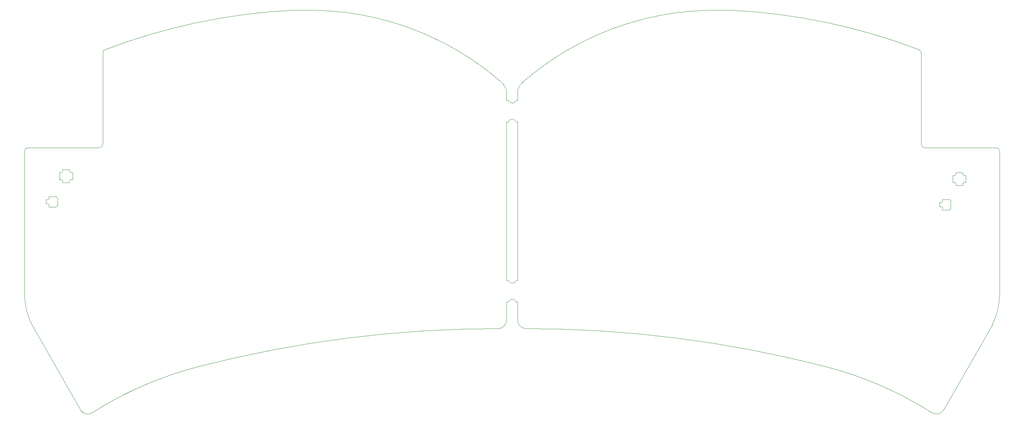
<source format=gm1>
G04 #@! TF.GenerationSoftware,KiCad,Pcbnew,(6.0.9)*
G04 #@! TF.CreationDate,2023-01-06T00:22:53-03:00*
G04 #@! TF.ProjectId,pulso - hybrid -rev2,70756c73-6f20-42d2-9068-796272696420,0.3*
G04 #@! TF.SameCoordinates,Original*
G04 #@! TF.FileFunction,Profile,NP*
%FSLAX46Y46*%
G04 Gerber Fmt 4.6, Leading zero omitted, Abs format (unit mm)*
G04 Created by KiCad (PCBNEW (6.0.9)) date 2023-01-06 00:22:53*
%MOMM*%
%LPD*%
G01*
G04 APERTURE LIST*
G04 #@! TA.AperFunction,Profile*
%ADD10C,0.050000*%
G04 #@! TD*
G04 #@! TA.AperFunction,Profile*
%ADD11C,0.120000*%
G04 #@! TD*
G04 APERTURE END LIST*
D10*
X152083750Y-113919873D02*
X152083001Y-118267999D01*
X152083750Y-113919873D02*
X151766250Y-113919873D01*
X246653241Y-54517480D02*
G75*
G03*
X202468227Y-45188504I-51477641J-134512920D01*
G01*
X148027000Y-61947999D02*
G75*
G03*
X103052000Y-45193000I-44975000J-51985101D01*
G01*
X247082983Y-76593917D02*
G75*
G03*
X248083000Y-77593917I1000017J17D01*
G01*
X154393000Y-120199571D02*
X154118002Y-120198917D01*
X248083000Y-77593917D02*
X264787000Y-77591000D01*
X149471750Y-66420000D02*
X149454141Y-63962320D01*
X152083750Y-66420000D02*
X151766250Y-66420000D01*
X149454141Y-63962320D02*
G75*
G03*
X148027000Y-61948000I-3872141J-1230680D01*
G01*
X247083000Y-76593917D02*
X247088000Y-55198000D01*
X265537000Y-78341000D02*
G75*
G03*
X264787000Y-77591000I-750000J0D01*
G01*
X198493000Y-45193001D02*
G75*
G03*
X153518000Y-61948000I0J-68740099D01*
G01*
X35996000Y-111973000D02*
X36008000Y-109453500D01*
X152083750Y-71500000D02*
X152083750Y-108839873D01*
X149471750Y-113919873D02*
X149461999Y-118267999D01*
X54457000Y-55198000D02*
X54462000Y-76593917D01*
X263786679Y-119338657D02*
X252335000Y-139424265D01*
X149861250Y-108839873D02*
X149471750Y-108839873D01*
X149471750Y-108839873D02*
X149471750Y-71500000D01*
X36758000Y-77591000D02*
G75*
G03*
X36008000Y-78341000I0J-750000D01*
G01*
X99076773Y-45188505D02*
G75*
G03*
X54891755Y-54517470I7292597J-143841915D01*
G01*
X247088000Y-55198000D02*
G75*
G03*
X246653245Y-54517470I-750000J0D01*
G01*
X149861250Y-66420000D02*
X149471750Y-66420000D01*
X151766164Y-71500035D02*
G75*
G03*
X149861251Y-71500000I-952464J-380965D01*
G01*
X152083750Y-108839873D02*
X151766250Y-108839873D01*
X35995999Y-111973000D02*
G75*
G03*
X37758321Y-119338657I16818201J130300D01*
G01*
X152083002Y-118267999D02*
G75*
G03*
X154118002Y-120198917I1999998J69999D01*
G01*
X49210000Y-139424265D02*
X37758321Y-119338657D01*
X49210000Y-139424265D02*
G75*
G03*
X51942000Y-140023000I1662000J1051265D01*
G01*
X265537000Y-78341000D02*
X265537000Y-109453500D01*
X149861250Y-113919873D02*
X149471750Y-113919873D01*
X149861336Y-108839838D02*
G75*
G03*
X151766249Y-108839873I952464J380938D01*
G01*
X149861250Y-71500000D02*
X149471750Y-71500000D01*
X249603000Y-140023000D02*
G75*
G03*
X252335000Y-139424265I1070000J1650000D01*
G01*
X263786678Y-119338657D02*
G75*
G03*
X265549000Y-111973000I-15055878J7495957D01*
G01*
X202468227Y-45188504D02*
X198493000Y-45193000D01*
X249603000Y-140023000D02*
G75*
G03*
X224422707Y-129109137I-46730000J-73310000D01*
G01*
X152083750Y-66420000D02*
X152090859Y-63962320D01*
X36008000Y-109453500D02*
X36008000Y-78341000D01*
X152083750Y-71500000D02*
X151766250Y-71500000D01*
X153518000Y-61948000D02*
G75*
G03*
X152090859Y-63962320I2445000J-3245000D01*
G01*
X151766164Y-113919908D02*
G75*
G03*
X149861251Y-113919873I-952464J-380992D01*
G01*
X103052000Y-45193000D02*
X99076773Y-45188504D01*
X147152000Y-120199571D02*
G75*
G03*
X77122293Y-129109137I279940J-281873899D01*
G01*
X147426998Y-120198917D02*
X147152000Y-120199571D01*
X149861336Y-66419965D02*
G75*
G03*
X151766249Y-66420000I952464J380965D01*
G01*
X36758000Y-77591000D02*
X53462000Y-77593917D01*
X224422710Y-129109127D02*
G75*
G03*
X154393000Y-120199571I-70309610J-272964373D01*
G01*
X77122293Y-129109137D02*
G75*
G03*
X51942000Y-140023000I21549707J-84223863D01*
G01*
X265537000Y-109453500D02*
X265549000Y-111973000D01*
X147426998Y-120198918D02*
G75*
G03*
X149461999Y-118267999I35002J2000918D01*
G01*
X54891755Y-54517470D02*
G75*
G03*
X54457000Y-55198000I315245J-680530D01*
G01*
X53462000Y-77593900D02*
G75*
G03*
X54462000Y-76593917I0J1000000D01*
G01*
D11*
X254551000Y-85786200D02*
X254551000Y-84109800D01*
X254043000Y-90155000D02*
X254043000Y-91806000D01*
X253662000Y-92187000D02*
X252061800Y-92187000D01*
X255236800Y-83424000D02*
X256913200Y-83424000D01*
X255236800Y-86472000D02*
X256913200Y-86472000D01*
X257599000Y-85786200D02*
X257599000Y-84109800D01*
X252061800Y-89774000D02*
X253662000Y-89774000D01*
X251376000Y-91501200D02*
X251376000Y-90459800D01*
X256913200Y-83424000D02*
G75*
G03*
X257599000Y-84109800I438050J-247750D01*
G01*
X254043000Y-90155000D02*
G75*
G03*
X253662000Y-89774000I-380999J1D01*
G01*
X251376000Y-90459800D02*
G75*
G03*
X252061800Y-89774000I247753J438047D01*
G01*
X255236800Y-86472000D02*
G75*
G03*
X254551000Y-85786200I-438047J247753D01*
G01*
X252061800Y-92187000D02*
G75*
G03*
X251376000Y-91501200I-438047J247753D01*
G01*
X253662000Y-92187000D02*
G75*
G03*
X254043000Y-91806000I1J380999D01*
G01*
X257599000Y-85786200D02*
G75*
G03*
X256913200Y-86472000I-247753J-438047D01*
G01*
X254551000Y-84109800D02*
G75*
G03*
X255236800Y-83424000I247753J438047D01*
G01*
X44251000Y-85111107D02*
X44251000Y-83434707D01*
X41076000Y-90826107D02*
X41076000Y-89784707D01*
X44936800Y-85796907D02*
X46613200Y-85796907D01*
X41761800Y-89098907D02*
X43362000Y-89098907D01*
X44936800Y-82748907D02*
X46613200Y-82748907D01*
X43362000Y-91511907D02*
X41761800Y-91511907D01*
X43743000Y-89479907D02*
X43743000Y-91130907D01*
X47299000Y-85111107D02*
X47299000Y-83434707D01*
X43743000Y-89479907D02*
G75*
G03*
X43362000Y-89098907I-380999J1D01*
G01*
X41076000Y-89784707D02*
G75*
G03*
X41761800Y-89098907I247753J438047D01*
G01*
X44251000Y-83434707D02*
G75*
G03*
X44936800Y-82748907I247753J438047D01*
G01*
X46613200Y-82748907D02*
G75*
G03*
X47299000Y-83434707I438050J-247750D01*
G01*
X41761800Y-91511907D02*
G75*
G03*
X41076000Y-90826107I-438047J247753D01*
G01*
X44936800Y-85796907D02*
G75*
G03*
X44251000Y-85111107I-438047J247753D01*
G01*
X43362000Y-91511907D02*
G75*
G03*
X43743000Y-91130907I1J380999D01*
G01*
X47299000Y-85111107D02*
G75*
G03*
X46613200Y-85796907I-247753J-438047D01*
G01*
M02*

</source>
